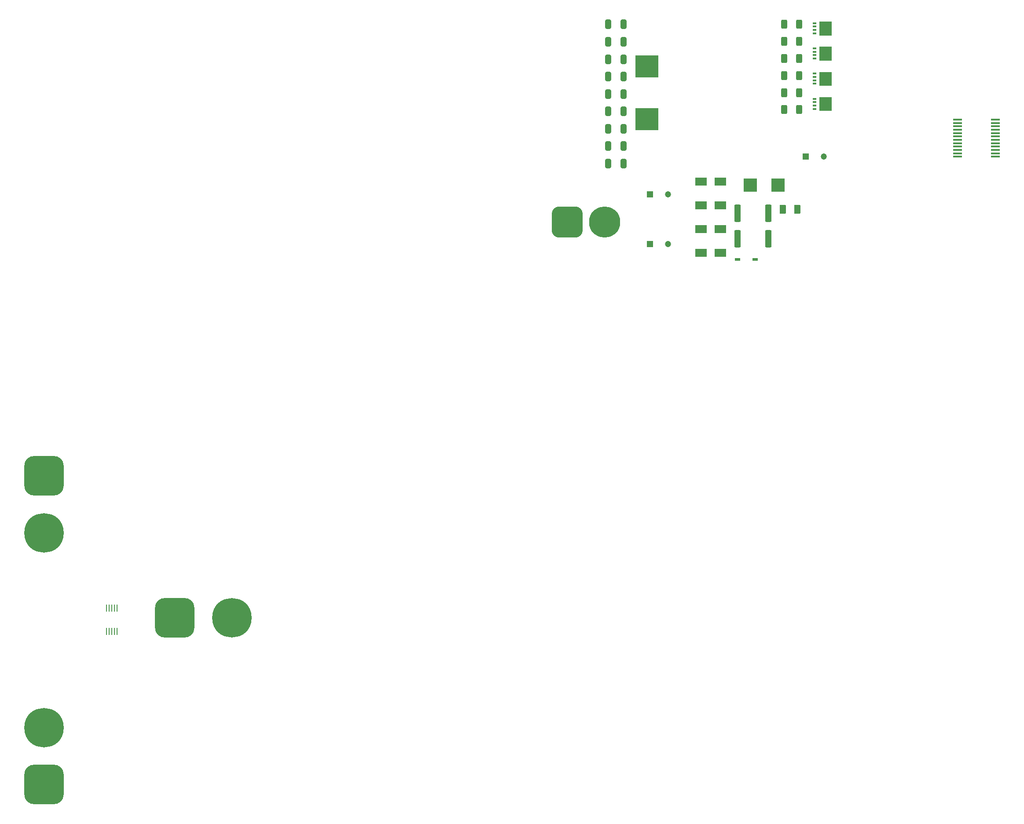
<source format=gts>
G04 #@! TF.GenerationSoftware,KiCad,Pcbnew,7.0.1*
G04 #@! TF.CreationDate,2023-04-06T04:35:05-07:00*
G04 #@! TF.ProjectId,rps01,72707330-312e-46b6-9963-61645f706362,0*
G04 #@! TF.SameCoordinates,Original*
G04 #@! TF.FileFunction,Soldermask,Top*
G04 #@! TF.FilePolarity,Negative*
%FSLAX46Y46*%
G04 Gerber Fmt 4.6, Leading zero omitted, Abs format (unit mm)*
G04 Created by KiCad (PCBNEW 7.0.1) date 2023-04-06 04:35:05*
%MOMM*%
%LPD*%
G01*
G04 APERTURE LIST*
G04 Aperture macros list*
%AMRoundRect*
0 Rectangle with rounded corners*
0 $1 Rounding radius*
0 $2 $3 $4 $5 $6 $7 $8 $9 X,Y pos of 4 corners*
0 Add a 4 corners polygon primitive as box body*
4,1,4,$2,$3,$4,$5,$6,$7,$8,$9,$2,$3,0*
0 Add four circle primitives for the rounded corners*
1,1,$1+$1,$2,$3*
1,1,$1+$1,$4,$5*
1,1,$1+$1,$6,$7*
1,1,$1+$1,$8,$9*
0 Add four rect primitives between the rounded corners*
20,1,$1+$1,$2,$3,$4,$5,0*
20,1,$1+$1,$4,$5,$6,$7,0*
20,1,$1+$1,$6,$7,$8,$9,0*
20,1,$1+$1,$8,$9,$2,$3,0*%
G04 Aperture macros list end*
%ADD10C,0.010000*%
%ADD11RoundRect,1.900000X1.900000X-1.900000X1.900000X1.900000X-1.900000X1.900000X-1.900000X-1.900000X0*%
%ADD12C,7.600000*%
%ADD13R,2.184400X1.625600*%
%ADD14RoundRect,0.250000X-0.362500X-1.425000X0.362500X-1.425000X0.362500X1.425000X-0.362500X1.425000X0*%
%ADD15RoundRect,0.250000X-0.325000X-0.650000X0.325000X-0.650000X0.325000X0.650000X-0.325000X0.650000X0*%
%ADD16RoundRect,0.250000X-0.312500X-0.625000X0.312500X-0.625000X0.312500X0.625000X-0.312500X0.625000X0*%
%ADD17R,1.200000X1.200000*%
%ADD18C,1.200000*%
%ADD19R,0.700000X0.420000*%
%ADD20RoundRect,0.250000X-0.375000X-0.625000X0.375000X-0.625000X0.375000X0.625000X-0.375000X0.625000X0*%
%ADD21R,0.279400X1.333500*%
%ADD22R,2.560396X2.499995*%
%ADD23RoundRect,1.900000X-1.900000X1.900000X-1.900000X-1.900000X1.900000X-1.900000X1.900000X1.900000X0*%
%ADD24R,1.651000X0.431800*%
%ADD25R,1.111200X0.600800*%
%ADD26RoundRect,1.900000X-1.900000X-1.900000X1.900000X-1.900000X1.900000X1.900000X-1.900000X1.900000X0*%
%ADD27RoundRect,1.500000X-1.500000X-1.500000X1.500000X-1.500000X1.500000X1.500000X-1.500000X1.500000X0*%
%ADD28C,6.000000*%
%ADD29R,4.521200X4.241800*%
G04 APERTURE END LIST*
D10*
X174217500Y58305000D02*
X173767500Y58305000D01*
X173767500Y58275000D01*
X174217500Y58275000D01*
X174217500Y57655000D01*
X173767500Y57655000D01*
X173767500Y57625000D01*
X174217500Y57625000D01*
X174217500Y57005000D01*
X173767500Y57005000D01*
X173767500Y56975000D01*
X174217500Y56975000D01*
X174217500Y56355000D01*
X171867500Y56355000D01*
X171867500Y58925000D01*
X174217500Y58925000D01*
X174217500Y58305000D01*
G36*
X174217500Y58305000D02*
G01*
X173767500Y58305000D01*
X173767500Y58275000D01*
X174217500Y58275000D01*
X174217500Y57655000D01*
X173767500Y57655000D01*
X173767500Y57625000D01*
X174217500Y57625000D01*
X174217500Y57005000D01*
X173767500Y57005000D01*
X173767500Y56975000D01*
X174217500Y56975000D01*
X174217500Y56355000D01*
X171867500Y56355000D01*
X171867500Y58925000D01*
X174217500Y58925000D01*
X174217500Y58305000D01*
G37*
X174217500Y43755000D02*
X173767500Y43755000D01*
X173767500Y43725000D01*
X174217500Y43725000D01*
X174217500Y43105000D01*
X173767500Y43105000D01*
X173767500Y43075000D01*
X174217500Y43075000D01*
X174217500Y42455000D01*
X173767500Y42455000D01*
X173767500Y42425000D01*
X174217500Y42425000D01*
X174217500Y41805000D01*
X171867500Y41805000D01*
X171867500Y44375000D01*
X174217500Y44375000D01*
X174217500Y43755000D01*
G36*
X174217500Y43755000D02*
G01*
X173767500Y43755000D01*
X173767500Y43725000D01*
X174217500Y43725000D01*
X174217500Y43105000D01*
X173767500Y43105000D01*
X173767500Y43075000D01*
X174217500Y43075000D01*
X174217500Y42455000D01*
X173767500Y42455000D01*
X173767500Y42425000D01*
X174217500Y42425000D01*
X174217500Y41805000D01*
X171867500Y41805000D01*
X171867500Y44375000D01*
X174217500Y44375000D01*
X174217500Y43755000D01*
G37*
X174217500Y48605000D02*
X173767500Y48605000D01*
X173767500Y48575000D01*
X174217500Y48575000D01*
X174217500Y47955000D01*
X173767500Y47955000D01*
X173767500Y47925000D01*
X174217500Y47925000D01*
X174217500Y47305000D01*
X173767500Y47305000D01*
X173767500Y47275000D01*
X174217500Y47275000D01*
X174217500Y46655000D01*
X171867500Y46655000D01*
X171867500Y49225000D01*
X174217500Y49225000D01*
X174217500Y48605000D01*
G36*
X174217500Y48605000D02*
G01*
X173767500Y48605000D01*
X173767500Y48575000D01*
X174217500Y48575000D01*
X174217500Y47955000D01*
X173767500Y47955000D01*
X173767500Y47925000D01*
X174217500Y47925000D01*
X174217500Y47305000D01*
X173767500Y47305000D01*
X173767500Y47275000D01*
X174217500Y47275000D01*
X174217500Y46655000D01*
X171867500Y46655000D01*
X171867500Y49225000D01*
X174217500Y49225000D01*
X174217500Y48605000D01*
G37*
X174217500Y53455000D02*
X173767500Y53455000D01*
X173767500Y53425000D01*
X174217500Y53425000D01*
X174217500Y52805000D01*
X173767500Y52805000D01*
X173767500Y52775000D01*
X174217500Y52775000D01*
X174217500Y52155000D01*
X173767500Y52155000D01*
X173767500Y52125000D01*
X174217500Y52125000D01*
X174217500Y51505000D01*
X171867500Y51505000D01*
X171867500Y54075000D01*
X174217500Y54075000D01*
X174217500Y53455000D01*
G36*
X174217500Y53455000D02*
G01*
X173767500Y53455000D01*
X173767500Y53425000D01*
X174217500Y53425000D01*
X174217500Y52805000D01*
X173767500Y52805000D01*
X173767500Y52775000D01*
X174217500Y52775000D01*
X174217500Y52155000D01*
X173767500Y52155000D01*
X173767500Y52125000D01*
X174217500Y52125000D01*
X174217500Y51505000D01*
X171867500Y51505000D01*
X171867500Y54075000D01*
X174217500Y54075000D01*
X174217500Y53455000D01*
G37*
D11*
X22750000Y-88000000D03*
D12*
X22750000Y-77000000D03*
D13*
X149111500Y18961500D03*
X152819900Y18961500D03*
D14*
X156120000Y22010000D03*
X162045000Y22010000D03*
D15*
X131297500Y38290000D03*
X134247500Y38290000D03*
D16*
X165100000Y41970000D03*
X168025000Y41970000D03*
D15*
X131297500Y41640000D03*
X134247500Y41640000D03*
D17*
X139297500Y16090000D03*
D18*
X142797500Y16090000D03*
D19*
X170967500Y58615000D03*
X170967500Y57965000D03*
X170967500Y57315000D03*
X170967500Y56665000D03*
D15*
X131297500Y31590000D03*
X134247500Y31590000D03*
D13*
X149111500Y14380100D03*
X152819900Y14380100D03*
D15*
X131297500Y58390000D03*
X134247500Y58390000D03*
D20*
X164872500Y22760000D03*
X167672500Y22760000D03*
D21*
X36750760Y-54033850D03*
X36250380Y-54033850D03*
X35750000Y-54033850D03*
X35249620Y-54033850D03*
X34749240Y-54033850D03*
X34749240Y-58466150D03*
X35249620Y-58466150D03*
X35750000Y-58466150D03*
X36250380Y-58466150D03*
X36750760Y-58466150D03*
D22*
X158592497Y27434804D03*
X163936885Y27434804D03*
D19*
X170967500Y44065000D03*
X170967500Y43415000D03*
X170967500Y42765000D03*
X170967500Y42115000D03*
D16*
X165100000Y58420000D03*
X168025000Y58420000D03*
D23*
X22750000Y-28500000D03*
D12*
X22750000Y-39500000D03*
D19*
X170967500Y48915000D03*
X170967500Y48265000D03*
X170967500Y47615000D03*
X170967500Y46965000D03*
D16*
X165100000Y45260000D03*
X168025000Y45260000D03*
D17*
X139297500Y25640000D03*
D18*
X142797500Y25640000D03*
D16*
X165100000Y51840000D03*
X168025000Y51840000D03*
X165100000Y48550000D03*
X168025000Y48550000D03*
D19*
X170967500Y53765000D03*
X170967500Y53115000D03*
X170967500Y52465000D03*
X170967500Y51815000D03*
D15*
X131297500Y34940000D03*
X134247500Y34940000D03*
D24*
X198508100Y40072640D03*
X198508100Y39422400D03*
X198508100Y38772160D03*
X198508100Y38121920D03*
X198508100Y37471680D03*
X198508100Y36821440D03*
X198508100Y36171200D03*
X198508100Y35520960D03*
X198508100Y34870720D03*
X198508100Y34220480D03*
X198508100Y33570240D03*
X198508100Y32920000D03*
X205772500Y32920000D03*
X205772500Y33570240D03*
X205772500Y34220480D03*
X205772500Y34870720D03*
X205772500Y35520960D03*
X205772500Y36171200D03*
X205772500Y36821440D03*
X205772500Y37471680D03*
X205772500Y38121920D03*
X205772500Y38772160D03*
X205772500Y39422400D03*
X205772500Y40072640D03*
D15*
X131297500Y55040000D03*
X134247500Y55040000D03*
D13*
X149111500Y23542900D03*
X152819900Y23542900D03*
D15*
X131297500Y51690000D03*
X134247500Y51690000D03*
D14*
X156120000Y17120000D03*
X162045000Y17120000D03*
D25*
X156123300Y13169800D03*
X159573300Y13169800D03*
D26*
X47840000Y-55880000D03*
D12*
X58840000Y-55880000D03*
D17*
X169252500Y32920000D03*
D18*
X172752500Y32920000D03*
D15*
X131297500Y44990000D03*
X134247500Y44990000D03*
D27*
X123400000Y20320000D03*
D28*
X130600000Y20320000D03*
D15*
X131297500Y48340000D03*
X134247500Y48340000D03*
D13*
X149111500Y28124300D03*
X152819900Y28124300D03*
D29*
X138688300Y50314399D03*
X138688300Y40164401D03*
D16*
X165100000Y55130000D03*
X168025000Y55130000D03*
M02*

</source>
